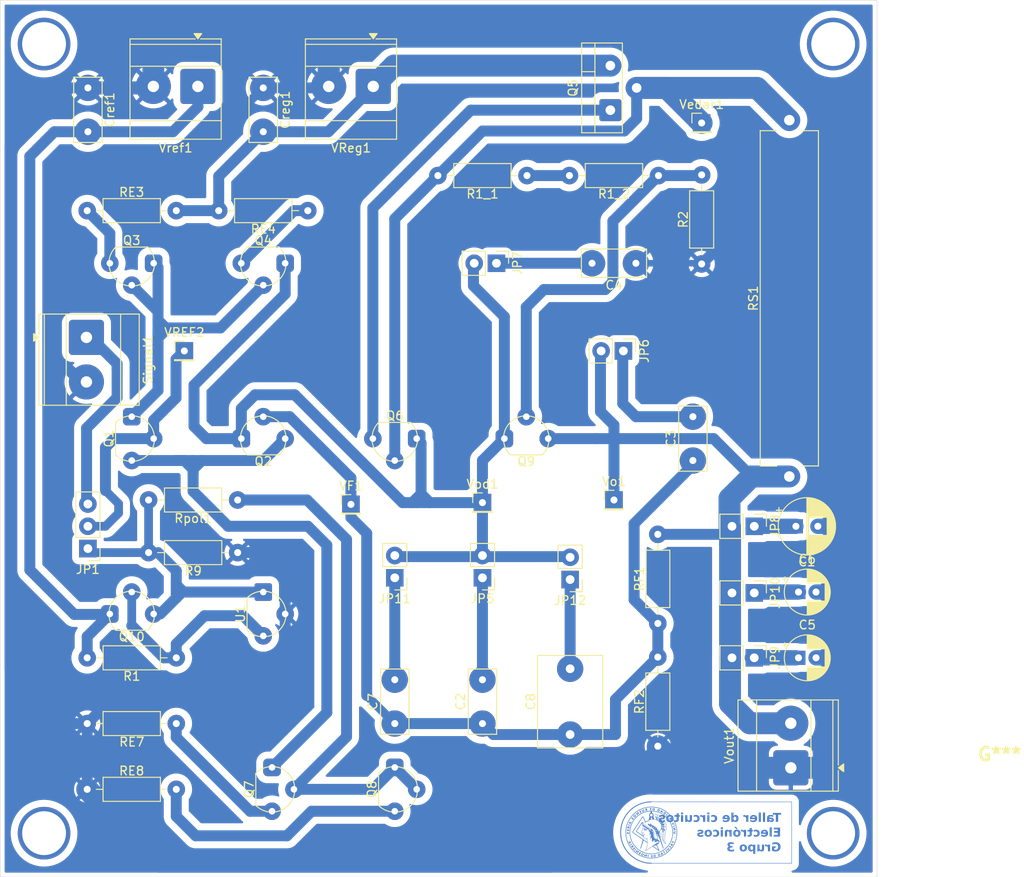
<source format=kicad_pcb>
(kicad_pcb (version 20241229) (generator "pcbnew") (generator_version "9.0")
  (layers (0 "F.Cu" signal) (2 "B.Cu" signal) (13 "F.Paste" user) (15 "B.Paste" user) (5 "F.SilkS" user "F.Silkscreen") (7 "B.SilkS" user "B.Silkscreen") (1 "F.Mask" user) (3 "B.Mask" user) (25 "Edge.Cuts" user))
  (net 0 "")
  (net 1 "GND")
  (net 2 "/Vf")
  (net 3 "Net-(JP5-A)")
  (net 4 "Net-(JP6-A)")
  (net 5 "Net-(JP11-A)")
  (net 6 "/Vref")
  (net 7 "Net-(Q1-C)")
  (net 8 "Net-(Q1-E)")
  (net 9 "Net-(Q3-E)")
  (net 10 "Net-(Q4-E)")
  (net 11 "/Vreg")
  (net 12 "Net-(Q5-C)")
  (net 13 "Net-(Q5-B)")
  (net 14 "Net-(Q7-E)")
  (net 15 "Net-(Q7-B)")
  (net 16 "Net-(Q8-E)")
  (net 17 "Net-(Q9-B)")
  (net 18 "Net-(Q10-C)")
  (net 19 "Net-(Q10-B)")
  (net 20 "Net-(R1_1-Pad2)")
  (net 21 "Net-(JP7-A)")
  (net 22 "Net-(JP8-A)")
  (net 23 "Net-(JP9-A)")
  (net 24 "Net-(JP10-A)")
  (net 25 "Net-(JP10-B)")
  (net 26 "Net-(JP11-B)")
  (net 27 "Net-(JP12-A)")
  (net 28 "Net-(JP1-C)")
  (net 29 "Net-(JP1-B)")
  (footprint "Regulador_Lineal:BC547" (layer "F.Cu") (at 45 50 180)
    (property "Reference" "Q6")
    (property "Value" "BC547C")
  )
  (footprint "Regulador_Lineal:Resistor_1_4W_L6.3mm_D2.5mm_P10.16mm_Horizontal" (layer "F.Cu") (at 55 20)
    (property "Reference" "R1_1")
    (property "Value" "220")
  )
  (footprint "Regulador_Lineal:Resistor_1_4W_L6.3mm_D2.5mm_P10.16mm_Horizontal" (layer "F.Cu") (at 15 24 180)
    (property "Reference" "RE3")
    (property "Value" "470")
  )
  (footprint "Regulador_Lineal:Pin_Vertical_1x01_P2.54mm_Vertical" (layer "F.Cu") (at 21 40)
    (property "Reference" "VREF2")
    (property "Value" "Conn_01x01_Pin")
  )
  (footprint "Regulador_Lineal:PinHeader_1x02_P2.54mm_Vertical" (layer "F.Cu") (at 86 60 -90)
    (property "Reference" "JP8")
    (property "Value" "Lazo_V")
  )
  (footprint "Regulador_Lineal:Capacitor_electrolitico_1u_Radial_D5.0mm_P2.00mm" (layer "F.Cu") (at 91.044888 67.5)
    (property "Reference" "C6")
    (property "Value" "1u")
  )
  (footprint "Regulador_Lineal:Capacitor_1nf_L7.2mm_W3.0mm_P5.00mm_FKS2_FKP2_MKS2_MKP2" (layer "F.Cu") (at 45 80 -90)
    (property "Reference" "C7")
    (property "Value" "1n")
  )
  (footprint "Regulador_Lineal:Resistor_1_4W_L6.3mm_D2.5mm_P10.16mm_Horizontal" (layer "F.Cu") (at 80 25 -90)
    (property "Reference" "R2")
    (property "Value" "10K")
  )
  (footprint "Regulador_Lineal:PinHeader_1x03_P2.54mm_Vertical" (layer "F.Cu") (at 10 62.54 180)
    (property "Reference" "JP1")
    (property "Value" "Jumper_3_Open")
  )
  (footprint "Regulador_Lineal:Terminal_MKDS-3-2-5.08_1x02_P5.08mm_Horizontal" (layer "F.Cu") (at 42.545 9.8325 180)
    (property "Reference" "VReg1")
    (property "Value" "Screw_Terminal_01x02")
  )
  (footprint "Regulador_Lineal:Terminal_MKDS-3-2-5.08_1x02_P5.08mm_Horizontal" (layer "F.Cu") (at 22.545 9.8325 180)
    (property "Reference" "Vref1")
    (property "Value" "Screw_Terminal_01x02")
  )
  (footprint "Regulador_Lineal:Facultad" (layer "F.Cu") (at 74.2625 94.93)
    (property "Reference" "G***")
    (property "Value" "LOGO" (hide yes))
  )
  (footprint "Regulador_Lineal:Terminal_MKDS-3-2-5.08_1x02_P5.08mm_Horizontal" (layer "F.Cu") (at 90.1675 87.545 90)
    (property "Reference" "Vout1")
    (property "Value" "Screw_Terminal_01x02")
  )
  (footprint "Regulador_Lineal:PinHeader_1x02_P2.54mm_Vertical" (layer "F.Cu") (at 55 65.875 180)
    (property "Reference" "JP5")
    (property "Value" "Lazo_V")
  )
  (footprint "Regulador_Lineal:Pin_Vertical_1x01_P2.54mm_Vertical" (layer "F.Cu") (at 70 57)
    (property "Reference" "Vo1")
    (property "Value" "Conn_01x01_Pin")
  )
  (footprint "Regulador_Lineal:BC547" (layer "F.Cu") (at 31 90 -90)
    (property "Reference" "Q7")
    (property "Value" "BC547")
  )
  (footprint "Regulador_Lineal:BC547" (layer "F.Cu") (at 15 70)
    (property "Reference" "Q10")
    (property "Value" "BC547")
  )
  (footprint "Regulador_Lineal:PinHeader_1x02_P2.54mm_Vertical" (layer "F.Cu") (at 65 66.075 180)
    (property "Reference" "JP12")
    (property "Value" "Lazo_V")
  )
  (footprint "Regulador_Lineal:Resistor_1_4W_L6.3mm_D2.5mm_P10.16mm_Horizontal" (layer "F.Cu") (at 70 20)
    (property "Reference" "R1_2")
    (property "Value" "4.7K")
  )
  (footprint "Regulador_Lineal:PinHeader_1x02_P2.54mm_Vertical" (layer "F.Cu") (at 86 75 -90)
    (property "Reference" "JP9")
    (property "Value" "Lazo_V")
  )
  (footprint "Regulador_Lineal:Pin_Vertical_1x01_P2.54mm_Vertical" (layer "F.Cu") (at 40 57.5)
    (property "Reference" "VF1")
    (property "Value" "Conn_01x01_Pin")
  )
  (footprint "Regulador_Lineal:PinHeader_1x02_P2.54mm_Vertical" (layer "F.Cu") (at 71.075 40 -90)
    (property "Reference" "JP6")
    (property "Value" "Lazo_V")
  )
  (footprint "Regulador_Lineal:Capacitor_10nf_L7.2mm_W3.0mm_P5.00mm_FKS2_FKP2_MKS2_MKP2" (layer "F.Cu") (at 79 50 -90)
    (property "Reference" "C3")
    (property "Value" "10n")
  )
  (footprint "Regulador_Lineal:BC557" (layer "F.Cu") (at 30 30 180)
    (property "Reference" "Q4")
    (property "Value" "BC557")
  )
  (footprint "Regulador_Lineal:Resistor_1_4W_L6.3mm_D2.5mm_P10.16mm_Horizontal" (layer "F.Cu") (at 75 66 -90)
    (property "Reference" "RF1")
    (property "Value" "2.2K")
  )
  (footprint "Regulador_Lineal:PinHeader_1x02_P2.54mm_Vertical" (layer "F.Cu") (at 56.6 30 -90)
    (property "Reference" "JP7")
    (property "Value" "Lazo_V")
  )
  (footprint "Regulador_Lineal:PinHeader_1x02_P2.54mm_Vertical" (layer "F.Cu") (at 86 67.6 -90)
    (property "Reference" "JP10")
    (property "Value" "Lazo_V")
  )
  (footprint "Regulador_Lineal:TL431" (layer "F.Cu") (at 30 70 -90)
    (property "Reference" "U1")
    (property "Value" "TL431LP")
  )
  (footprint "Regulador_Lineal:Resistor_1_4W_L6.3mm_D2.5mm_P10.16mm_Horizontal" (layer "F.Cu") (at 22 63)
    (property "Reference" "R9")
    (property "Value" "2.7k")
  )
  (footprint "Regulador_Lineal:Capacitor_1nf_L7.2mm_W3.0mm_P5.00mm_FKS2_FKP2_MKS2_MKP2" (layer "F.Cu") (at 30 12.5 90)
    (property "Reference" "Creg1")
    (property "Value" "1n")
  )
  (footprint "Regulador_Lineal:Capacitor_220n_Rect_L10.3mm_W7.2mm_P7.50mm_MKS4" (layer "F.Cu") (at 65 80 -90)
    (property "Reference" "C8")
    (property "Value" "220n")
  )
  (footprint "Regulador_Lineal:Capacitor_electrolitico_22u_Radial_D6.3mm_P2.50mm" (layer "F.Cu") (at 92 60)
    (property "Reference" "C1")
    (property "Value" "15u")
  )
  (footprint "Regulador_Lineal:TIP42" (layer "F.Cu") (at 69.5875 12.54 90)
    (property "Reference" "Q5")
    (property "Value" "TIP42C")
  )
  (footprint "Regulador_Lineal:BC557" (layer "F.Cu") (at 15 30 180)
    (property "Reference" "Q3")
    (property "Value" "BC557")
  )
  (footprint "Regulador_Lineal:Capacitor_electrolitico_2.2u_Radial_D5.0mm_P2.00mm" (layer "F.Cu") (at 91.044888 75)
    (property "Reference" "C5")
    (property "Value" "2.2u")
  )
  (footprint "Regulador_Lineal:Pin_Vertical_1x01_P2.54mm_Vertical" (layer "F.Cu") (at 55 57.3)
    (property "Reference" "Vod1")
    (property "Value" "Conn_01x01_Pin")
  )
  (footprint "Regulador_Lineal:Resistor_1_4W_L6.3mm_D2.5mm_P10.16mm_Horizontal" (layer "F.Cu") (at 15 75)
    (property "Reference" "R1")
    (property "Value" "1k")
  )
  (footprint "Regulador_Lineal:BC547" (layer "F.Cu") (at 30 50)
    (property "Reference" "Q2")
    (property "Value" "BC547")
  )
  (footprint "Regulador_Lineal:BC547" (layer "F.Cu") (at 60 50)
    (property "Reference" "Q9")
    (property "Value" "BC547")
  )
  (footprint "Regulador_Lineal:Pin_Vertical_1x01_P2.54mm_Vertical" (layer "F.Cu") (at 80 14)
    (property "Reference" "Vedar1")
    (property "Value" "Conn_01x01_Pin")
  )
  (footprint "Regulador_Lineal:Resistor_1_4W_L6.3mm_D2.5mm_P10.16mm_Horizontal" (layer "F.Cu") (at 30 24)
    (property "Reference" "RE4")
    (property "Value" "470")
  )
  (footprint "Regulador_Lineal:Capacitor_22nf_L7.2mm_W3.0mm_P5.00mm_FKS2_FKP2_MKS2_MKP2" (layer "F.Cu") (at 70 30)
    (property "Reference" "C4")
    (property "Value" "22n")
  )
  (footprint "Regulador_Lineal:PinHeader_1x02_P2.54mm_Vertical" (layer "F.Cu") (at 45 65.875 180)
    (property "Reference" "JP11")
    (property "Value" "Lazo_V")
  )
  (footprint "Regulador_Lineal:BC547" (layer "F.Cu") (at 15 50 -90)
    (property "Reference" "Q1")
    (property "Value" "BC547")
  )
  (footprint "Regulador_Lineal:Resistor_1_4W_L6.3mm_D2.5mm_P10.16mm_Horizontal" (layer "F.Cu") (at 22 57)
    (property "Reference" "Rpol1")
    (property "Value" "1k")
  )
  (footprint "Regulador_Lineal:Resistor_1_4W_L6.3mm_D2.5mm_P10.16mm_Horizontal" (layer "F.Cu") (at 15 82.5)
    (property "Reference" "RE7")
    (property "Value" "820")
  )
  (footprint "Regulador_Lineal:Resistor_1_4W_L6.3mm_D2.5mm_P10.16mm_Horizontal" (layer "F.Cu") (at 15 90 180)
    (property "Reference" "RE8")
    (property "Value" "820")
  )
  (footprint "Regulador_Lineal:Resistor_1_4W_L6.3mm_D2.5mm_P10.16mm_Horizontal" (layer "F.Cu") (at 75 80 -90)
    (property "Reference" "RF2")
    (property "Value" "2.2K")
  )
  (footprint "Regulador_Lineal:Terminal_MKDS-3-2-5.08_1x02_P5.08mm_Horizontal" (layer "F.Cu") (at 9.8325 38.455 -90)
    (property "Reference" "Signal1")
    (property "Value" "Screw_Terminal_01x02")
  )
  (footprint "Regulador_Lineal:BC547" (layer "F.Cu") (at 45 90 -90)
    (property "Reference" "Q8")
    (property "Value" "BC547")
  )
  (footprint "Regulador_Lineal:R_Axial_Power_L38.0mm_W6.4mm_P40.64mm" (layer "F.Cu") (at 90 34 -90)
    (property "Reference" "RS1")
    (property "Value" "2.2")
  )
  (footprint "Regulador_Lineal:Capacitor_10nf_L7.2mm_W3.0mm_P5.00mm_FKS2_FKP2_MKS2_MKP2" (layer "F.Cu") (at 55 80 -90)
    (property "Reference" "C2")
    (property "Value" "10n")
  )
  (footprint "Regulador_Lineal:Capacitor_1nf_L7.2mm_W3.0mm_P5.00mm_FKS2_FKP2_MKS2_MKP2" (layer "F.Cu") (at 10 12.5 90)
    (property "Reference" "Cref1")
    (property "Value" "1n")
  )
  (gr_rect (start 0 0) (end 100 100) (stroke (width 0.05)) (fill no) (layer "Edge.Cuts"))
  (gr_text "Taller de circuitos\nElectrónicos\nGrupo 3" (at 89.07 97.24 0) (layer "B.Cu") (effects (font (size 1 1) (thickness 0.25) (bold yes)) (justify left bottom mirror)))
  (via (at 95 5) (size 6) (drill 5) (layers "F.Cu" "B.Cu") (net 0))
  (via (at 5 95) (size 6) (drill 5) (layers "F.Cu" "B.Cu") (net 0))
  (via (at 5 5) (size 6) (drill 5) (layers "F.Cu" "B.Cu") (net 0))
  (via (at 95 95) (size 6) (drill 5) (layers "F.Cu" "B.Cu") (net 0))
  (segment (start 27.08 63) (end 29 63) (width 1.25) (layer "B.Cu") (net 1))
  (segment (start 94.5 67.5) (end 96 67.5) (width 1.75) (layer "B.Cu") (net 1))
  (segment (start 28 79.1) (end 28.1 79) (width 1) (layer "B.Cu") (net 1))
  (segment (start 96 13) (end 86 3) (width 2.5) (layer "B.Cu") (net 1))
  (segment (start 96 30) (end 96 13) (width 2.5) (layer "B.Cu") (net 1))
  (segment (start 10 10) (end 8 10) (width 1.25) (layer "B.Cu") (net 1))
  (segment (start 9.92 82.5) (end 13.32 79.1) (width 1.25) (layer "B.Cu") (net 1))
  (segment (start 73.455 87.545) (end 62.751 98.249) (width 2.5) (layer "B.Cu") (net 1))
  (segment (start 37.465 5.535) (end 37.465 9.8325) (width 2.5) (layer "B.Cu") (net 1))
  (segment (start 96 76.5) (end 96 75) (width 2.5) (layer "B.Cu") (net 1))
  (segment (start 86 3) (end 40 3) (width 2.5) (layer "B.Cu") (net 1))
  (segment (start 9.92 82.5) (end 9.92 90) (width 1.25) (layer "B.Cu") (net 1))
  (segment (start 94.455 87.545) (end 90.1675 87.545) (width 2.5) (layer "B.Cu") (net 1))
  (segment (start 96 60) (end 96 58.5) (width 2.5) (layer "B.Cu") (net 1))
  (segment (start 12.874 17.126) (end 22.874 17.126) (width 1) (layer "B.Cu") (net 1))
  (segment (start 94.5 67.5) (end 96 69) (width 1.5) (layer "B.Cu") (net 1))
  (segment (start 6.3315 40.851432) (end 6.3315 23.6685) (width 1) (layer "B.Cu") (net 1))
  (segment (start 94.455 87.545) (end 96 86) (width 2.5) (layer "B.Cu") (net 1))
  (segment (start 96 75) (end 96 73.5) (width 2.5) (layer "B.Cu") (net 1))
  (segment (start 96 58.5) (end 96 30) (width 2.5) (layer "B.Cu") (net 1))
  (segment (start 94.5 60) (end 96 61.5) (width 2) (layer "B.Cu") (net 1))
  (segment (start 37.465 5.465) (end 37.465 9.8325) (width 2.5) (layer "B.Cu") (net 1))
  (segment (start 96 61.5) (end 96 60) (width 2.5) (layer "B.Cu") (net 1))
  (segment (start 7.5 82.5) (end 9.92 82.5) (width 1.25) (layer "B.Cu") (net 1))
  (segment (start 96 66) (end 96 61.5) (width 2.5) (layer "B.Cu") (net 1))
  (segment (start 35 3) (end 37.465 5.465) (width 2.5) (layer "B.Cu") (net 1))
  (segment (start 62.751 98.249) (end 18.169 98.249) (width 2.5) (layer "B.Cu") (net 1))
  (segment (start 30 10) (end 37.2975 10) (width 1.25) (layer "B.Cu") (net 1))
  (segment (start 18.169 98.249) (end 9.92 90) (width 2.5) (layer "B.Cu") (net 1))
  (segment (start 94.5 75) (end 96 76.5) (width 1.75) (layer "B.Cu") (net 1))
  (segment (start 80 30.08) (end 96 14.08) (width 1.25) (layer "B.Cu") (net 1))
  (segment (start 32.5 66.016786) (end 29.483214 63) (width 1.25) (layer "B.Cu") (net 1))
  (segment (start 94.5 60) (end 96 58.5) (width 2) (layer "B.Cu") (net 1))
  (segment (start 93.044888 67.5) (end 94.5 67.5) (width 1.75) (layer "B.Cu") (net 1))
  (segment (start 9.015068 43.535) (end 6.3315 40.851432) (width 1) (layer "B.Cu") (net 1))
  (segment (start 6.3315 23.6685) (end 12.874 17.126) (width 1) (layer "B.Cu") (net 1))
  (segment (start 96 69) (end 96 67.5) (width 2.5) (layer "B.Cu") (net 1))
  (segment (start 32.5 74.6) (end 32.5 72.829842) (width 1.25) (layer "B.Cu") (net 1))
  (segment (start 78 87.545) (end 77.465 87.545) (width 2.5) (layer "B.Cu") (net 1))
  (segment (start 95.99 30.01) (end 96 30) (width 0.4) (layer "B.Cu") (net 1))
  (segment (start 78 87.545) (end 73.455 87.545) (width 2.5) (layer "B.Cu") (net 1))
  (segment (start 17.465 5.535) (end 20 3) (width 2.5) (layer "B.Cu") (net 1))
  (segment (start 17.2975 10) (end 17.465 9.8325) (width 0.5) (layer "B.Cu") (net 1))
  (segment (start 90.1675 87.545) (end 78 87.545) (width 2.5) (layer "B.Cu") (net 1))
  (segment (start 1.126 76.126) (end 7.5 82.5) (width 1.25) (layer "B.Cu") (net 1))
  (segment (start 1.126 16.874) (end 1.126 76.126) (width 1.25) (layer "B.Cu") (net 1))
  (segment (start 75 85.08) (end 75 86) (width 2.5) (layer "B.Cu") (net 1))
  (segment (start 13.32 79.1) (end 28 79.1) (width 1.25) (layer "B.Cu") (net 1))
  (segment (start 32.5 72.829842) (end 32.5 70) (width 1.25) (layer "B.Cu") (net 1))
  (segment (start 79.92 30) (end 80 30.08) (width 0.75) (layer "B.Cu") (net 1))
  (segment (start 96 67.5) (end 96 66) (width 2.5) (layer "B.Cu") (net 1))
  (segment (start 28.1 79) (end 32.5 74.6) (width 1.25) (layer "B.Cu") (net 1))
  (segment (start 77.465 87.545) (end 75 85.08) (width 2.5) (layer "B.Cu") (net 1))
  (segment (start 37.2975 10) (end 37.465 9.8325) (width 0.5) (layer "B.Cu") (net 1))
  (segment (start 10 10) (end 17.2975 10) (width 1.5) (layer "B.Cu") (net 1))
  (segment (start 32.5 70) (end 32.5 66.016786) (width 1.25) (layer "B.Cu") (net 1))
  (segment (start 72.5 30) (end 79.92 30) (width 0.75) (layer "B.Cu") (net 1))
  (segment (start 94.5 67.5) (end 96 66) (width 1.5) (layer "B.Cu") (net 1))
  (segment (start 96 75) (end 94.5 75) (width 2) (layer "B.Cu") (net 1))
  (segment (start 96 73.5) (end 96 69) (width 2.5) (layer "B.Cu") (net 1))
  (segment (start 9.8325 43.535) (end 9.015068 43.535) (width 1) (layer "B.Cu") (net 1))
  (segment (start 17.465 9.8325) (end 17.465 5.535) (width 2.5) (layer "B.Cu") (net 1))
  (segment (start 40 3) (end 37.465 5.535) (width 2.5) (layer "B.Cu") (net 1))
  (segment (start 93.25 60) (end 94.5 60) (width 1.75) (layer "B.Cu") (net 1))
  (segment (start 96 86) (end 96 76.5) (width 2.5) (layer "B.Cu") (net 1))
  (segment (start 96 14.08) (end 96 13) (width 0.75) (layer "B.Cu") (net 1))
  (segment (start 93.044888 75) (end 94.5 75) (width 1.75) (layer "B.Cu") (net 1))
  (segment (start 20 3) (end 35 3) (width 2.5) (layer "B.Cu") (net 1))
  (segment (start 22.874 17.126) (end 30 10) (width 1) (layer "B.Cu") (net 1))
  (segment (start 29.483214 63) (end 27.08 63) (width 1.25) (layer "B.Cu") (net 1))
  (segment (start 94.5 75) (end 96 73.5) (width 1.75) (layer "B.Cu") (net 1))
  (segment (start 8 10) (end 1.126 16.874) (width 1.25) (layer "B.Cu") (net 1))
  (segment (start 75 86) (end 73.455 87.545) (width 2.5) (layer "B.Cu") (net 1))
  (segment (start 79 53) (end 79 52.5) (width 1.25) (layer "B.Cu") (net 2))
  (segment (start 45 82.5) (end 55 82.5) (width 1.25) (layer "B.Cu") (net 2))
  (segment (start 72.3 59.7) (end 79 53) (width 1.25) (layer "B.Cu") (net 2))
  (segment (start 40 57.5) (end 40 54.493381) (width 1.25) (layer "B.Cu") (net 2))
  (segment (start 70.17 79.75) (end 75 74.92) (width 1.25) (layer "B.Cu") (net 2))
  (segment (start 65 83.75) (end 56.25 83.75) (width 1.25) (layer "B.Cu") (net 2))
  (segment (start 72.3 68.38) (end 72.3 59.7) (width 1.25) (layer "B.Cu") (net 2))
  (segment (start 56.25 83.75) (end 55 82.5) (width 1.25) (layer "B.Cu") (net 2))
  (segment (start 40 54.493381) (end 33.006619 47.5) (width 1.25) (layer "B.Cu") (net 2))
  (segment (start 70.17 83.75) (end 70.17 79.75) (width 1.25) (layer "B.Cu") (net 2))
  (segment (start 41.8 60.8) (end 41.8 79.3) (width 1.25) (layer "B.Cu") (net 2))
  (segment (start 75 71.08) (end 75 74.92) (width 1.25) (layer "B.Cu") (net 2))
  (segment (start 75 71.08) (end 72.3 68.38) (width 1.25) (layer "B.Cu") (net 2))
  (segment (start 40 59) (end 41.8 60.8) (width 1.25) (layer "B.Cu") (net 2))
  (segment (start 41.8 79.3) (end 45 82.5) (width 1) (layer "B.Cu") (net 2))
  (segment (start 65 83.75) (end 70.17 83.75) (width 1.25) (layer "B.Cu") (net 2))
  (segment (start 33.006619 47.5) (end 30 47.5) (width 1.25) (layer "B.Cu") (net 2))
  (segment (start 40 57.5) (end 40 59) (width 1.25) (layer "B.Cu") (net 2))
  (segment (start 55 66) (end 55 77.5) (width 1.25) (layer "B.Cu") (net 3))
  (segment (start 72.5 47.5) (end 79 47.5) (width 1.25) (layer "B.Cu") (net 4))
  (segment (start 71 46) (end 72.5 47.5) (width 1.25) (layer "B.Cu") (net 4))
  (segment (start 71 40) (end 71 46) (width 1.25) (layer "B.Cu") (net 4))
  (segment (start 45 77.5) (end 45 66) (width 1.25) (layer "B.Cu") (net 5))
  (segment (start 16.92 63) (end 10.46 63) (width 1) (layer "B.Cu") (net 6))
  (segment (start 20.75 67.5) (end 20.75 67.17) (width 1) (layer "B.Cu") (net 6))
  (segment (start 20.08 66.5) (end 20.08 65.08) (width 1.25) (layer "B.Cu") (net 6))
  (segment (start 20.08 68.17) (end 20.08 67) (width 1.25) (layer "B.Cu") (net 6))
  (segment (start 20.08 67) (end 20.08 66.5) (width 1.25) (layer "B.Cu") (net 6))
  (segment (start 18.25 70) (end 20.08 68.17) (width 1.25) (layer "B.Cu") (net 6))
  (segment (start 30 67.5) (end 20.75 67.5) (width 1.25) (layer "B.Cu") (net 6))
  (segment (start 20.75 67.5) (end 20.08 68.17) (width 1.25) (layer "B.Cu") (net 6))
  (segment (start 10.46 63) (end 10 62.54) (width 1) (layer "B.Cu") (net 6))
  (segment (start 18 63) (end 16.92 63) (width 1) (layer "B.Cu") (net 6))
  (segment (start 20.75 67.5) (end 20.58 67.5) (width 1) (layer "B.Cu") (net 6))
  (segment (start 17.5 70) (end 18.25 70) (width 1) (layer "B.Cu") (net 6))
  (segment (start 20.75 67.17) (end 20.08 66.5) (width 1) (layer "B.Cu") (net 6))
  (segment (start 20.08 65.08) (end 18 63) (width 1.25) (layer "B.Cu") (net 6))
  (segment (start 16.92 57) (end 16.92 63) (width 1) (layer "B.Cu") (net 6))
  (segment (start 18 35.5) (end 15 32.5) (width 1.25) (layer "B.Cu") (net 7))
  (segment (start 18 44.5) (end 18 36.5) (width 1.25) (layer "B.Cu") (net 7))
  (segment (start 18.874 37.374) (end 18 36.5) (width 1.25) (layer "B.Cu") (net 7))
  (segment (start 18.874 37.626) (end 18 38.5) (width 1.25) (layer "B.Cu") (net 7))
  (segment (start 18.874 37.374) (end 18.874 37.626) (width 1.25) (layer "B.Cu") (net 7))
  (segment (start 18 30.5) (end 18 35.5) (width 1.25) (layer "B.Cu") (net 7))
  (segment (start 15 47.5) (end 18 44.5) (width 1.25) (layer "B.Cu") (net 7))
  (segment (start 30 32.5) (end 25.126 37.374) (width 1.25) (layer "B.Cu") (net 7))
  (segment (start 19 37.374) (end 18.374 37.374) (width 1.25) (layer "B.Cu") (net 7))
  (segment (start 18.374 37.374) (end 18 37.748) (width 1.25) (layer "B.Cu") (net 7))
  (segment (start 18 38.5) (end 18 44.5) (width 1.25) (layer "B.Cu") (net 7))
  (segment (start 19 37.374) (end 18.874 37.374) (width 1.25) (layer "B.Cu") (net 7))
  (segment (start 18 36.5) (end 18 35.5) (width 1.25) (layer "B.Cu") (net 7))
  (segment (start 18 37.748) (end 18 38.5) (width 1.25) (layer "B.Cu") (net 7))
  (segment (start 17.5 30) (end 18 30.5) (width 1.25) (layer "B.Cu") (net 7))
  (segment (start 25.126 37.374) (end 19 37.374) (width 1.25) (layer "B.Cu") (net 7))
  (segment (start 30 52.5) (end 32.5 50) (width 1.25) (layer "B.Cu") (net 8))
  (segment (start 37.249 62.149552) (end 35.099448 60) (width 1.25) (layer "B.Cu") (net 8))
  (segment (start 20 52.5) (end 15 52.5) (width 1.25) (layer "B.Cu") (net 8))
  (segment (start 22 56) (end 22 54) (width 1.25) (layer "B.Cu") (net 8))
  (segment (start 22 53.5) (end 21 52.5) (width 1.25) (layer "B.Cu") (net 8))
  (segment (start 35.099448 60) (end 26 60) (width 1.25) (layer "B.Cu") (net 8))
  (segment (start 22 52.5) (end 23 52.5) (width 1.25) (layer "B.Cu") (net 8))
  (segment (start 26 60) (end 22 56) (width 1.25) (layer "B.Cu") (net 8))
  (segment (start 23 52.5) (end 30 52.5) (width 1.25) (layer "B.Cu") (net 8))
  (segment (start 21 52.5) (end 20 52.5) (width 1.25) (layer "B.Cu") (net 8))
  (segment (start 37.249 81.251) (end 37.249 62.149552) (width 1.25) (layer "B.Cu") (net 8))
  (segment (start 31 87.5) (end 37.249 81.251) (width 1.25) (layer "B.Cu") (net 8))
  (segment (start 22 54) (end 22 52.5) (width 1.25) (layer "B.Cu") (net 8))
  (segment (start 22 52.5) (end 20 52.5) (width 1.25) (layer "B.Cu") (net 8))
  (segment (start 22 54) (end 22 53.5) (width 1.25) (layer "B.Cu") (net 8))
  (segment (start 23 52.5) (end 22 53.5) (width 1.25) (layer "B.Cu") (net 8))
  (segment (start 12.5 30) (end 12.5 26.58) (width 1.25) (layer "B.Cu") (net 9))
  (segment (start 12.5 26.58) (end 9.92 24) (width 1.25) (layer "B.Cu") (net 9))
  (segment (start 27.5 30) (end 33.5 24) (width 1.25) (layer "B.Cu") (net 10))
  (segment (start 33.5 24) (end 35.08 24) (width 1.25) (layer "B.Cu") (net 10))
  (segment (start 20.08 24) (end 24.92 24) (width 1.25) (layer "B.Cu") (net 11))
  (segment (start 44.9175 7.46) (end 69.5875 7.46) (width 2.5) (layer "B.Cu") (net 11))
  (segment (start 37.425439 15) (end 42.545 9.880439) (width 1.25) (layer "B.Cu") (net 11))
  (segment (start 24.92 20.08) (end 30 15) (width 1.25) (layer "B.Cu") (net 11))
  (segment (start 42.545 9.8325) (end 44.9175 7.46) (width 2.5) (layer "B.Cu") (net 11))
  (segment (start 30 15) (end 37.425439 15) (width 1.25) (layer "B.Cu") (net 11))
  (segment (start 24.92 24) (end 24.92 20.08) (width 1.25) (layer "B.Cu") (net 11))
  (segment (start 42.545 9.880439) (end 42.545 9.8325) (width 1.25) (layer "B.Cu") (net 11))
  (segment (start 45 24.92) (end 49.92 20) (width 1.25) (layer "B.Cu") (net 12))
  (segment (start 72.5875 13.492884) (end 72.5875 10) (width 1.25) (layer "B.Cu") (net 12))
  (segment (start 72.5875 10) (end 86.32 10) (width 2.5) (layer "B.Cu") (net 12))
  (segment (start 72.5875 10) (end 76 10) (width 2.5) (layer "B.Cu") (net 12))
  (segment (start 71.164384 14.916) (end 72.5875 13.492884) (width 1.25) (layer "B.Cu") (net 12))
  (segment (start 45 52.5) (end 45 24.92) (width 1.25) (layer "B.Cu") (net 12))
  (segment (start 55.004 14.916) (end 71.164384 14.916) (width 1.25) (layer "B.Cu") (net 12))
  (segment (start 49.92 20) (end 55.004 14.916) (width 1.25) (layer "B.Cu") (net 12))
  (segment (start 86.32 10) (end 90 13.68) (width 2.5) (layer "B.Cu") (net 12))
  (segment (start 76 10) (end 80 14) (width 2.5) (layer "B.Cu") (net 12))
  (segment (start 53.66 12.54) (end 69.5875 12.54) (width 1.25) (layer "B.Cu") (net 13))
  (segment (start 42.5 23.7) (end 53.66 12.54) (width 1.25) (layer "B.Cu") (net 13))
  (segment (start 42.5 50) (end 42.5 23.7) (width 1.25) (layer "B.Cu") (net 13))
  (segment (start 31 92.5) (end 28.5 92.5) (width 1.25) (layer "B.Cu") (net 14))
  (segment (start 20.08 84.08) (end 20.08 82.5) (width 1.25) (layer "B.Cu") (net 14))
  (segment (start 28.5 92.5) (end 20.08 84.08) (width 1.25) (layer "B.Cu") (net 14))
  (segment (start 39.5 61.5) (end 35 57) (width 1.25) (layer "B.Cu") (net 15))
  (segment (start 42.5 90) (end 45 87.5) (width 1.25) (layer "B.Cu") (net 15))
  (segment (start 39.5 84) (end 39.5 61.5) (width 1.25) (layer "B.Cu") (net 15))
  (segment (start 33.5 90) (end 39.5 84) (width 1.25) (layer "B.Cu") (net 15))
  (segment (start 33.5 90) (end 42.5 90) (width 1.25) (layer "B.Cu") (net 15))
  (segment (start 45 87.5) (end 47.5 90) (width 1.25) (layer "B.Cu") (net 15))
  (segment (start 35 57) (end 27.08 57) (width 1.25) (layer "B.Cu") (net 15))
  (segment (start 32.7 95.3) (end 35.5 92.5) (width 1.25) (layer "B.Cu") (net 16))
  (segment (start 20.08 90) (end 20.08 93.08) (width 1.25) (layer "B.Cu") (net 16))
  (segment (start 20.08 93.08) (end 22.3 95.3) (width 1.25) (layer "B.Cu") (net 16))
  (segment (start 35.5 92.5) (end 45 92.5) (width 1.25) (layer "B.Cu") (net 16))
  (segment (start 22.3 95.3) (end 32.7 95.3) (width 1.25) (layer "B.Cu") (net 16))
  (segment (start 69.876 25.204) (end 75.08 20) (width 1.25) (layer "B.Cu") (net 17))
  (segment (start 79.92 20) (end 80 19.92) (width 0.75) (layer "B.Cu") (net 17))
  (segment (start 69 33) (end 69.876 32.124) (width 1.25) (layer "B.Cu") (net 17))
  (segment (start 62 33) (end 69 33) (width 1.25) (layer "B.Cu") (net 17))
  (segment (start 60 35) (end 62 33) (width 1.25) (layer "B.Cu") (net 17))
  (segment (start 69.876 32.124) (end 69.876 25.204) (width 1.25) (layer "B.Cu") (net 17))
  (segment (start 75.08 20) (end 79.92 20) (width 1.25) (layer "B.Cu") (net 17))
  (segment (start 60 47.5) (end 60 35) (width 1.25) (layer "B.Cu") (net 17))
  (segment (start 10 15) (end 19.7 15) (width 1.25) (layer "B.Cu") (net 18))
  (segment (start 9.92 75) (end 9.92 72.58) (width 1.25) (layer "B.Cu") (net 18))
  (segment (start 3.377 17.806394) (end 6.183394 15) (width 1.25) (layer "B.Cu") (net 18))
  (segment (start 3.377 64.977) (end 3.377 17.806394) (width 1.25) (layer "B.Cu") (net 18))
  (segment (start 8.45 70.05) (end 3.377 64.977) (width 1.25) (layer "B.Cu") (net 18))
  (segment (start 19.7 15) (end 22.545 12.155) (width 1.25) (layer "B.Cu") (net 18))
  (segment (start 6.183394 15) (end 10 15) (width 1.25) (layer "B.Cu") (net 18))
  (segment (start 12.45 70.05) (end 8.45 70.05) (width 1.25) (layer "B.Cu") (net 18))
  (segment (start 22.545 12.155) (end 22.545 9.8325) (width 1.25) (layer "B.Cu") (net 18))
  (segment (start 12.5 70) (end 12.45 70.05) (width 1.25) (layer "B.Cu") (net 18))
  (segment (start 9.92 72.58) (end 12.5 70) (width 1.25) (layer "B.Cu") (net 18))
  (segment (start 23.3 70.2) (end 27.7 70.2) (width 1.25) (layer "B.Cu") (net 19))
  (segment (start 20.08 73.42) (end 23.3 70.2) (width 1.25) (layer "B.Cu") (net 19))
  (segment (start 15 71.334213) (end 18.665787 75) (width 1.25) (layer "B.Cu") (net 19))
  (segment (start 18.665787 75) (end 20.08 75) (width 1.25) (layer "B.Cu") (net 19))
  (segment (start 20.08 75) (end 20.08 73.42) (width 1.25) (layer "B.Cu") (net 19))
  (segment (start 15 67.5) (end 15 71.334213) (width 1) (layer "B.Cu") (net 19))
  (segment (start 27.7 70.2) (end 30 72.5) (width 1.25) (layer "B.Cu") (net 19))
  (segment (start 60.08 20) (end 64.92 20) (width 1.25) (layer "B.Cu") (net 20))
  (segment (start 56.54 30) (end 67.5 30) (width 1.25) (layer "B.Cu") (net 21))
  (segment (start 90.75 60) (end 86.275 60) (width 1.75) (layer "B.Cu") (net 22))
  (segment (start 85.775 75) (end 90.743888 75) (width 1.75) (layer "B.Cu") (net 23))
  (segment (start 91.044888 67.5) (end 86 67.5) (width 1.75) (layer "B.Cu") (net 24))
  (segment (start 90 54.32) (end 85.68 54.32) (width 2.5) (layer "B.Cu") (net 25))
  (segment (start 83.235 75) (end 83.235 80.235) (width 2.5) (layer "B.Cu") (net 25))
  (segment (start 83.179 56.821) (end 83.179 60) (width 2.5) (layer "B.Cu") (net 25))
  (segment (start 70 50) (end 70 48.46) (width 1.25) (layer "B.Cu") (net 25))
  (segment (start 82.16 60.92) (end 83.24 62) (width 0.5) (layer "B.Cu") (net 25))
  (segment (start 83.235 75) (end 83.24 74.995) (width 0.5) (layer "B.Cu") (net 25))
  (segment (start 70 57) (end 70 50) (width 1.25) (layer "B.Cu") (net 25))
  (segment (start 68 50) (end 70 50) (width 1.25) (layer "B.Cu") (net 25))
  (segment (start 83.24 62) (end 83.24 60) (width 2.5) (layer "B.Cu") (net 25))
  (segment (start 68.46 46.92) (end 68.46 40) (width 1.25) (layer "B.Cu") (net 25))
  (segment (start 81.36 50) (end 85.68 54.32) (width 1.25) (layer "B.Cu") (net 25))
  (segment (start 85.68 54.32) (end 83.179 56.821) (width 2.5) (layer "B.Cu") (net 25))
  (segment (start 83.24 74.995) (end 83.24 62) (width 2.5) (layer "B.Cu") (net 25))
  (segment (start 85.465 82.465) (end 90.1675 82.465) (width 2.5) (layer "B.Cu") (net 25))
  (segment (start 83.235 80.235) (end 85.465 82.465) (width 2.5) (layer "B.Cu") (net 25))
  (segment (start 82 60.92) (end 82.16 60.92) (width 0.5) (layer "B.Cu") (net 25))
  (segment (start 70 50) (end 81.36 50) (width 1.25) (layer "B.Cu") (net 25))
  (segment (start 82.32 60.92) (end 83.24 60) (width 1) (layer "B.Cu") (net 25))
  (segment (start 62.5 50) (end 68 50) (width 1.25) (layer "B.Cu") (net 25))
  (segment (start 70 48.46) (end 68.46 46.92) (width 1.25) (layer "B.Cu") (net 25))
  (segment (start 75 60.92) (end 82.32 60.92) (width 1.25) (layer "B.Cu") (net 25))
  (segment (start 82 60.92) (end 82.32 60.92) (width 0.5) (layer "B.Cu") (net 25))
  (segment (start 57.5 50) (end 57.5 36.1) (width 1.25) (layer "B.Cu") (net 26))
  (segment (start 48 50.5) (end 48 56.3) (width 1.25) (layer "B.Cu") (net 26))
  (segment (start 45.885079 57.3) (end 33.585079 45) (width 1.25) (layer "B.Cu") (net 26))
  (segment (start 29.069117 45) (end 27.5 46.569117) (width 1.25) (layer "B.Cu") (net 26))
  (segment (start 47 57.3) (end 45.885079 57.3) (width 1.25) (layer "B.Cu") (net 26))
  (segment (start 32.5 33.5) (end 32.5 30) (width 1.25) (layer "B.Cu") (net 26))
  (segment (start 27.5 46.569117) (end 27.5 50) (width 1.25) (layer "B.Cu") (net 26))
  (segment (start 57.5 36.1) (end 53.974 32.574) (width 1.25) (layer "B.Cu") (net 26))
  (segment (start 49 57.3) (end 55 57.3) (width 1.25) (layer "B.Cu") (net 26))
  (segment (start 55 52.5) (end 57.5 50) (width 1.25) (layer "B.Cu") (net 26))
  (segment (start 22.102 48.602) (end 22.102 43.898) (width 1.25) (layer "B.Cu") (net 26))
  (segment (start 48 56.3) (end 49 57.3) (width 1.25) (layer "B.Cu") (net 26))
  (segment (start 47.5 57.3) (end 49 57.3) (width 1.25) (layer "B.Cu") (net 26))
  (segment (start 45 63.46) (end 65 63.46) (width 1.25) (layer "B.Cu") (net 26))
  (segment (start 53.974 32.574) (end 53.974 30) (width 1.25) (layer "B.Cu") (net 26))
  (segment (start 55 57.3) (end 55 52.5) (width 1.25) (layer "B.Cu") (net 26))
  (segment (start 47.5 57.3) (end 47 57.3) (width 1.25) (layer "B.Cu") (net 26))
  (segment (start 22.102 43.898) (end 32.5 33.5) (width 1.25) (layer "B.Cu") (net 26))
  (segment (start 33.585079 45) (end 29.069117 45) (width 1.25) (layer "B.Cu") (net 26))
  (segment (start 55 57.3) (end 55 63.46) (width 1.25) (layer "B.Cu") (net 26))
  (segment (start 23.5 50) (end 22.102 48.602) (width 1.25) (layer "B.Cu") (net 26))
  (segment (start 48 56.3) (end 47 57.3) (width 1.25) (layer "B.Cu") (net 26))
  (segment (start 47.5 50) (end 48 50.5) (width 1.25) (layer "B.Cu") (net 26))
  (segment (start 27.5 50) (end 23.5 50) (width 1.25) (layer "B.Cu") (net 26))
  (segment (start 55 63.46) (end 65 63.46) (width 0.5) (layer "B.Cu") (net 26))
  (segment (start 65 66) (end 65 76.25) (width 1.25) (layer "B.Cu") (net 27))
  (segment (start 10 60) (end 12 60) (width 1) (layer "B.Cu") (net 28))
  (segment (start 17.5 47.900552) (end 20.051 45.349552) (width 1.25) (layer "B.Cu") (net 28))
  (segment (start 12.001 55.924051) (end 12.001 50.999) (width 1.25) (layer "B.Cu") (net 28))
  (segment (start 12 60) (end 13.5 58.5) (width 1) (layer "B.Cu") (net 28))
  (segment (start 17.5 50) (end 17.5 47.900552) (width 1.25) (layer "B.Cu") (net 28))
  (segment (start 20.051 45.349552) (end 20.051 40.949) (width 1.25) (layer "B.Cu") (net 28))
  (segment (start 13.5 58.5) (end 13.5 57.423051) (width 1) (layer "B.Cu") (net 28))
  (segment (start 12.001 50.999) (end 13 50) (width 1.25) (layer "B.Cu") (net 28))
  (segment (start 13 50) (end 17.5 50) (width 1.25) (layer "B.Cu") (net 28))
  (segment (start 20.051 40.949) (end 21 40) (width 1.25) (layer "B.Cu") (net 28))
  (segment (start 13.5 57.423051) (end 12.001 55.924051) (width 1) (layer "B.Cu") (net 28))
  (segment (start 9.85 48.799284) (end 9.85 57.31) (width 1.25) (layer "B.Cu") (net 29))
  (segment (start 13.3335 41.4735) (end 13.3335 41.956) (width 1.25) (layer "B.Cu") (net 29))
  (segment (start 10.315 38.455) (end 13.3335 41.4735) (width 1.25) (layer "B.Cu") (net 29))
  (segment (start 9.85 57.31) (end 10 57.46) (width 1) (layer "B.Cu") (net 29))
  (segment (start 9.8325 38.455) (end 10.315 38.455) (width 1) (layer "B.Cu") (net 29))
  (segment (start 13.3335 41.956) (end 13.3335 45.315784) (width 1.25) (layer "B.Cu") (net 29))
  (segment (start 13.3335 45.315784) (end 9.85 48.799284) (width 1.25) (layer "B.Cu") (net 29))
  (zone (net 1) (net_name "GND") (layer "B.Cu") (connect_pads (clearance 0.5)) (min_thickness 0.25) (fill yes (thermal_gap 0.5) (thermal_bridge_width 0.5))
    (polygon (pts (xy 0.23 0.23) (xy 0.23 99.77) (xy 99.77 99.77) (xy 99.77 0.23)))
  )
)
</source>
